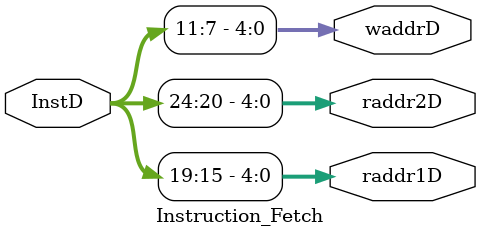
<source format=sv>
module Instruction_Fetch (
    input logic [31:0] InstD,
    output logic [4:0] raddr1D,raddr2D,waddrD
);

always_comb begin
        raddr1D = InstD [19:15];
        raddr2D = InstD [24:20];
        waddrD  = InstD [11:7];
end
endmodule
</source>
